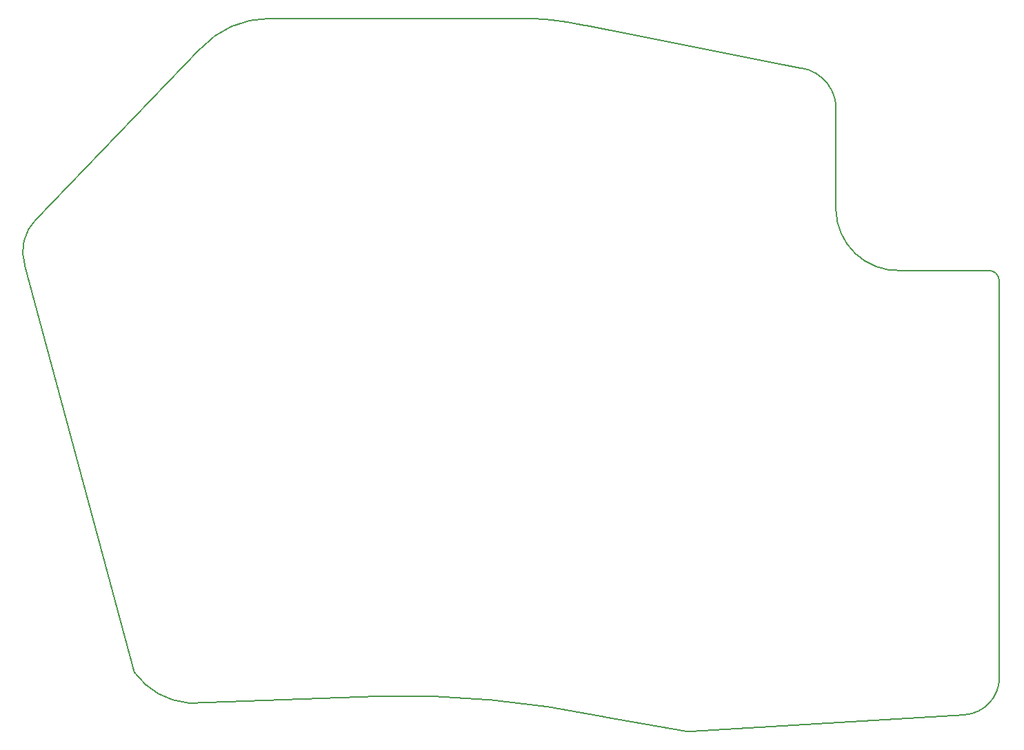
<source format=gm1>
G04 #@! TF.GenerationSoftware,KiCad,Pcbnew,5.1.10*
G04 #@! TF.CreationDate,2021-06-23T23:04:38+01:00*
G04 #@! TF.ProjectId,hypergolic_right,68797065-7267-46f6-9c69-635f72696768,0.1*
G04 #@! TF.SameCoordinates,Original*
G04 #@! TF.FileFunction,Profile,NP*
%FSLAX46Y46*%
G04 Gerber Fmt 4.6, Leading zero omitted, Abs format (unit mm)*
G04 Created by KiCad (PCBNEW 5.1.10) date 2021-06-23 23:04:38*
%MOMM*%
%LPD*%
G01*
G04 APERTURE LIST*
G04 #@! TA.AperFunction,Profile*
%ADD10C,0.150000*%
G04 #@! TD*
G04 APERTURE END LIST*
D10*
X107952813Y-101121456D02*
X141548320Y-99060000D01*
X107952813Y-101121456D02*
G75*
G02*
X107442000Y-101092000I-159767J1673270D01*
G01*
X145796000Y-94488000D02*
G75*
G02*
X141548320Y-99060000I-4584381J0D01*
G01*
X97282000Y-99314000D02*
X107442000Y-101092000D01*
X86105472Y-13437567D02*
G75*
G02*
X95033607Y-14351399I786449J-36387223D01*
G01*
X97282000Y-99314000D02*
G75*
G03*
X69451546Y-96755903I-25122718J-120651279D01*
G01*
X145796000Y-94488000D02*
X145780000Y-78232000D01*
X86105472Y-13437567D02*
X56134000Y-13462000D01*
X46217948Y-97605617D02*
X69451546Y-96755903D01*
X133603859Y-44445771D02*
G75*
G02*
X125730000Y-36974151I-253859J7617161D01*
G01*
X121415799Y-19533429D02*
G75*
G02*
X125730000Y-25146000I-783306J-5066481D01*
G01*
X46217948Y-97605617D02*
G75*
G02*
X39628398Y-93878346I776450J9061271D01*
G01*
X47676485Y-17203350D02*
X27513839Y-38161320D01*
X26162000Y-43852000D02*
G75*
G02*
X27513839Y-38161320I5292299J1748704D01*
G01*
X125730000Y-36974151D02*
X125730000Y-25146000D01*
X144430156Y-44442473D02*
G75*
G02*
X145780000Y-45720000I79844J-1267527D01*
G01*
X47676485Y-17203350D02*
G75*
G02*
X56134000Y-13462000I8457515J-7688650D01*
G01*
X144430156Y-44442473D02*
X133603859Y-44445771D01*
X26162000Y-43852000D02*
X39628398Y-93878346D01*
X145780000Y-78232000D02*
X145780000Y-45720000D01*
X121415799Y-19533430D02*
X95033607Y-14351399D01*
M02*

</source>
